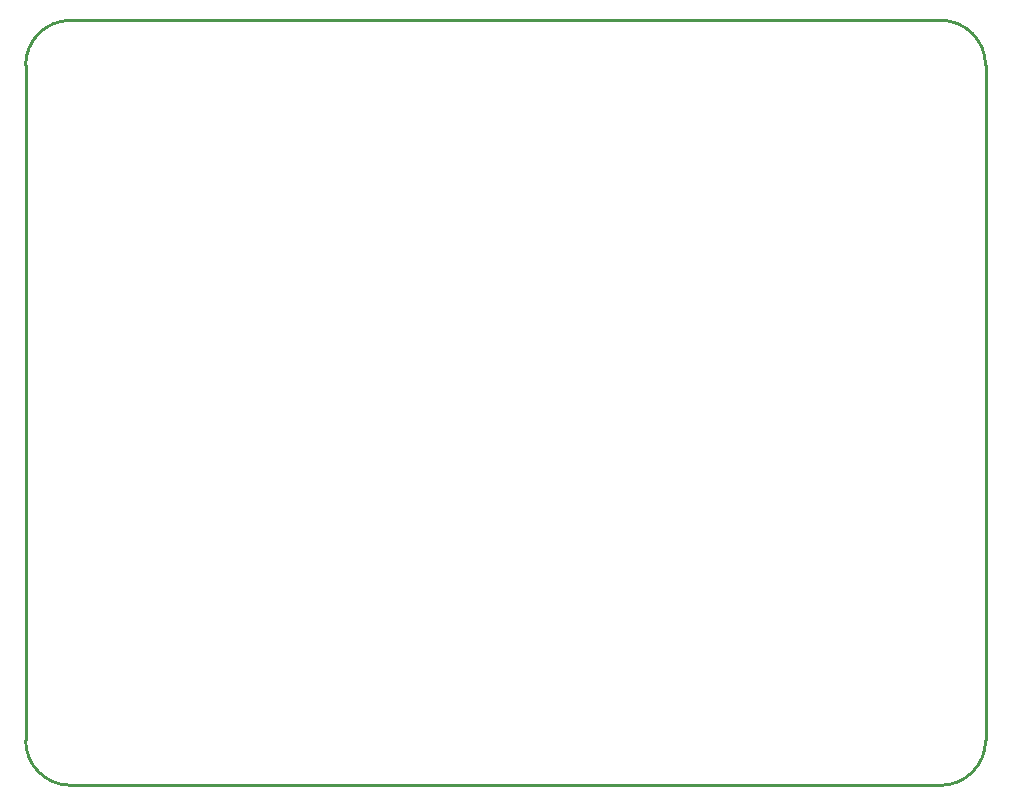
<source format=gko>
G04 ---------------------------- Layer name :KeepOutLayer*
G04 EasyEDA v5.6.15, Sat, 28 Jul 2018 02:00:14 GMT*
G04 7648dae5b10347d5bd033efbd386dee3*
G04 Gerber Generator version 0.2*
G04 Scale: 100 percent, Rotated: No, Reflected: No *
G04 Dimensions in inches *
G04 leading zeros omitted , absolute positions ,2 integer and 4 decimal *
%FSLAX24Y24*%
%MOIN*%
G90*
G70D02*

%ADD10C,0.010000*%
G54D10*
G01X1500Y25500D02*
G01X30500Y25500D01*
G75*
G01X30500Y25500D02*
G2X32000Y24000I0J-1500D01*
G01*
G01X32000Y24000D02*
G01X32000Y1500D01*
G75*
G01X32000Y1500D02*
G2X30500Y0I-1500J0D01*
G01*
G01X30500Y0D02*
G01X1500Y0D01*
G75*
G01X1500Y0D02*
G2X0Y1500I0J1500D01*
G01*
G01X0Y1500D02*
G01X0Y24000D01*
G75*
G01X0Y24000D02*
G2X1500Y25500I1500J0D01*
G01*

%LPD*%
M00*
M02*

</source>
